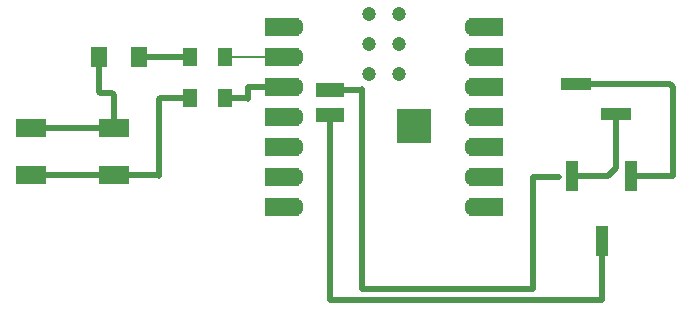
<source format=gbr>
%TF.GenerationSoftware,KiCad,Pcbnew,9.0.5*%
%TF.CreationDate,2025-10-07T17:23:27-04:00*%
%TF.ProjectId,FDP2,46445032-2e6b-4696-9361-645f70636258,rev?*%
%TF.SameCoordinates,Original*%
%TF.FileFunction,Copper,L1,Top*%
%TF.FilePolarity,Positive*%
%FSLAX46Y46*%
G04 Gerber Fmt 4.6, Leading zero omitted, Abs format (unit mm)*
G04 Created by KiCad (PCBNEW 9.0.5) date 2025-10-07 17:23:27*
%MOMM*%
%LPD*%
G01*
G04 APERTURE LIST*
%TA.AperFunction,SMDPad,CuDef*%
%ADD10R,2.500000X1.500000*%
%TD*%
%TA.AperFunction,SMDPad,CuDef*%
%ADD11R,1.200000X1.600000*%
%TD*%
%TA.AperFunction,SMDPad,CuDef*%
%ADD12R,2.510000X1.000000*%
%TD*%
%TA.AperFunction,SMDPad,CuDef*%
%ADD13R,1.400000X1.700000*%
%TD*%
%TA.AperFunction,SMDPad,CuDef*%
%ADD14R,1.000000X2.500000*%
%TD*%
%TA.AperFunction,ComponentPad*%
%ADD15C,1.600000*%
%TD*%
%TA.AperFunction,SMDPad,CuDef*%
%ADD16R,3.000000X1.600000*%
%TD*%
%TA.AperFunction,SMDPad,CuDef*%
%ADD17R,2.400000X1.200000*%
%TD*%
%TA.AperFunction,SMDPad,CuDef*%
%ADD18C,1.200000*%
%TD*%
%TA.AperFunction,SMDPad,CuDef*%
%ADD19R,3.000000X3.000000*%
%TD*%
%TA.AperFunction,Conductor*%
%ADD20C,0.500000*%
%TD*%
%TA.AperFunction,Conductor*%
%ADD21C,0.200000*%
%TD*%
G04 APERTURE END LIST*
D10*
%TO.P,SW1,1,1*%
%TO.N,GNDREF*%
X122495434Y-86304021D03*
X129495434Y-86304021D03*
%TO.P,SW1,2,2*%
%TO.N,Net-(R1-Pad2)*%
X122495434Y-90304021D03*
X129495434Y-90304021D03*
%TD*%
D11*
%TO.P,R2,1*%
%TO.N,Net-(D1-A)*%
X135895434Y-80304021D03*
%TO.P,R2,2*%
%TO.N,Net-(M1-D1)*%
X138895434Y-80304021D03*
%TD*%
%TO.P,R1,1*%
%TO.N,Net-(M1-D2)*%
X138895434Y-83804021D03*
%TO.P,R1,2*%
%TO.N,Net-(R1-Pad2)*%
X135895434Y-83804021D03*
%TD*%
D12*
%TO.P,J1,1,Pin_1*%
%TO.N,Net-(J1-Pin_1)*%
X168655000Y-82580000D03*
%TO.P,J1,2,Pin_2*%
%TO.N,unconnected-(J1-Pin_2-Pad2)*%
X171965000Y-85120000D03*
%TD*%
D13*
%TO.P,D1,1,K*%
%TO.N,GNDREF*%
X128195434Y-80304021D03*
%TO.P,D1,2,A*%
%TO.N,Net-(D1-A)*%
X131595434Y-80304021D03*
%TD*%
D14*
%TO.P,SW2,1,A*%
%TO.N,Net-(J1-Pin_1)*%
X173310000Y-90350000D03*
%TO.P,SW2,2,B*%
%TO.N,Net-(M1-BAT_VIN)*%
X170810000Y-95850000D03*
%TO.P,SW2,3,C*%
%TO.N,unconnected-(SW2-C-Pad3)*%
X168310000Y-90350000D03*
%TD*%
D15*
%TO.P,M1,1,D0*%
%TO.N,unconnected-(M1-D0-Pad1)*%
X144765000Y-77760000D03*
D16*
X143765000Y-77760000D03*
D15*
%TO.P,M1,2,D1*%
%TO.N,Net-(M1-D1)*%
X144765000Y-80300000D03*
D16*
X143765000Y-80300000D03*
D15*
%TO.P,M1,3,D2*%
%TO.N,Net-(M1-D2)*%
X144765000Y-82840000D03*
D16*
X143765000Y-82840000D03*
D15*
%TO.P,M1,4,D3*%
%TO.N,unconnected-(M1-D3-Pad4)*%
X144765000Y-85380000D03*
D16*
X143765000Y-85380000D03*
D15*
%TO.P,M1,5,D4*%
%TO.N,unconnected-(M1-D4-Pad5)*%
X144765000Y-87920000D03*
D16*
X143765000Y-87920000D03*
D15*
%TO.P,M1,6,D5*%
%TO.N,unconnected-(M1-D5-Pad6)*%
X144765000Y-90460000D03*
D16*
X143765000Y-90460000D03*
D15*
%TO.P,M1,7,D6*%
%TO.N,unconnected-(M1-D6-Pad7)*%
X144765000Y-93000000D03*
D16*
X143765000Y-93000000D03*
D15*
%TO.P,M1,8,D7*%
%TO.N,unconnected-(M1-D7-Pad8)*%
X160000000Y-93000000D03*
D16*
X161000000Y-93000000D03*
D15*
%TO.P,M1,9,D8*%
%TO.N,unconnected-(M1-D8-Pad9)*%
X160000000Y-90460000D03*
D16*
X161000000Y-90460000D03*
D15*
%TO.P,M1,10,D9*%
%TO.N,unconnected-(M1-D9-Pad10)*%
X160000000Y-87920000D03*
D16*
X161000000Y-87920000D03*
D15*
%TO.P,M1,11,D10*%
%TO.N,unconnected-(M1-D10-Pad11)*%
X160000000Y-85380000D03*
D16*
X161000000Y-85380000D03*
D15*
%TO.P,M1,12,3V3*%
%TO.N,unconnected-(M1-3V3-Pad12)*%
X160000000Y-82840000D03*
D16*
X161000000Y-82840000D03*
D15*
%TO.P,M1,13,GND*%
%TO.N,unconnected-(M1-GND-Pad13)*%
X160000000Y-80300000D03*
D16*
X161000000Y-80300000D03*
D15*
%TO.P,M1,14,5V*%
%TO.N,unconnected-(M1-5V-Pad14)*%
X160000000Y-77760000D03*
D16*
X161000000Y-77760000D03*
D17*
%TO.P,M1,15,BAT_GND*%
%TO.N,unconnected-(M1-BAT_GND-Pad15)*%
X147780000Y-83080000D03*
%TO.P,M1,16,BAT_VIN*%
%TO.N,Net-(M1-BAT_VIN)*%
X147780000Y-85180000D03*
D18*
%TO.P,M1,17,MTDI*%
%TO.N,unconnected-(M1-MTDI-Pad17)*%
X151110000Y-76700000D03*
%TO.P,M1,18,EN*%
%TO.N,unconnected-(M1-EN-Pad18)*%
X151110000Y-79240000D03*
%TO.P,M1,19,MTMS*%
%TO.N,unconnected-(M1-MTMS-Pad19)*%
X151110000Y-81780000D03*
%TO.P,M1,20,MTCK*%
%TO.N,unconnected-(M1-MTCK-Pad20)*%
X153650000Y-81780000D03*
%TO.P,M1,21,GND*%
%TO.N,unconnected-(M1-GND-Pad21)*%
X153650000Y-79240000D03*
%TO.P,M1,22,MTDO*%
%TO.N,unconnected-(M1-MTDO-Pad22)*%
X153650000Y-76700000D03*
D19*
%TO.P,M1,23,THERMAL*%
%TO.N,unconnected-(M1-THERMAL-Pad23)*%
X154880000Y-86130000D03*
%TD*%
D20*
%TO.N,unconnected-(M1-BAT_GND-Pad15)*%
X165000000Y-90500000D02*
X167159000Y-90500000D01*
X165000000Y-99949000D02*
X165000000Y-90500000D01*
X150500000Y-99949000D02*
X165000000Y-99949000D01*
X150500000Y-83000000D02*
X150500000Y-99949000D01*
X150420000Y-83080000D02*
X150500000Y-83000000D01*
X147780000Y-83080000D02*
X150420000Y-83080000D01*
%TO.N,Net-(D1-A)*%
X135895434Y-80304021D02*
X131595434Y-80304021D01*
%TO.N,Net-(R1-Pad2)*%
X122495434Y-90304021D02*
X129495434Y-90304021D01*
%TO.N,GNDREF*%
X122495434Y-86304021D02*
X129495434Y-86304021D01*
X129310000Y-83350000D02*
X128310000Y-83350000D01*
X128310000Y-83350000D02*
X128195434Y-83235434D01*
X128195434Y-83235434D02*
X128195434Y-80304021D01*
X129495434Y-83535434D02*
X129310000Y-83350000D01*
X129495434Y-86304021D02*
X129495434Y-83535434D01*
%TO.N,Net-(R1-Pad2)*%
X133264021Y-90304021D02*
X129495434Y-90304021D01*
X133355979Y-83804021D02*
X133310000Y-83850000D01*
X133310000Y-83850000D02*
X133310000Y-90350000D01*
X135895434Y-83804021D02*
X133355979Y-83804021D01*
X133310000Y-90350000D02*
X133264021Y-90304021D01*
%TO.N,Net-(M1-D2)*%
X140764021Y-83804021D02*
X138895434Y-83804021D01*
X140810000Y-82850000D02*
X140810000Y-83850000D01*
X140820000Y-82840000D02*
X140810000Y-82850000D01*
X140810000Y-83850000D02*
X140764021Y-83804021D01*
X144765000Y-82840000D02*
X140820000Y-82840000D01*
D21*
%TO.N,Net-(M1-D1)*%
X141860000Y-80300000D02*
X141855979Y-80304021D01*
X144765000Y-80300000D02*
X141860000Y-80300000D01*
X141855979Y-80304021D02*
X138895434Y-80304021D01*
X144715000Y-80350000D02*
X144765000Y-80300000D01*
D20*
%TO.N,Net-(M1-BAT_VIN)*%
X170810000Y-100850000D02*
X170810000Y-95850000D01*
%TO.N,*%
X171965000Y-89695000D02*
X171965000Y-85120000D01*
X171310000Y-90350000D02*
X171965000Y-89695000D01*
X168310000Y-90350000D02*
X171310000Y-90350000D01*
%TO.N,Net-(J1-Pin_1)*%
X176810000Y-82850000D02*
X176810000Y-90350000D01*
X168655000Y-82580000D02*
X176540000Y-82580000D01*
X176540000Y-82580000D02*
X176810000Y-82850000D01*
X176810000Y-90350000D02*
X173310000Y-90350000D01*
%TO.N,Net-(M1-BAT_VIN)*%
X147780000Y-85180000D02*
X147780000Y-100820000D01*
X147780000Y-100820000D02*
X147810000Y-100850000D01*
X147810000Y-100850000D02*
X170810000Y-100850000D01*
%TD*%
M02*

</source>
